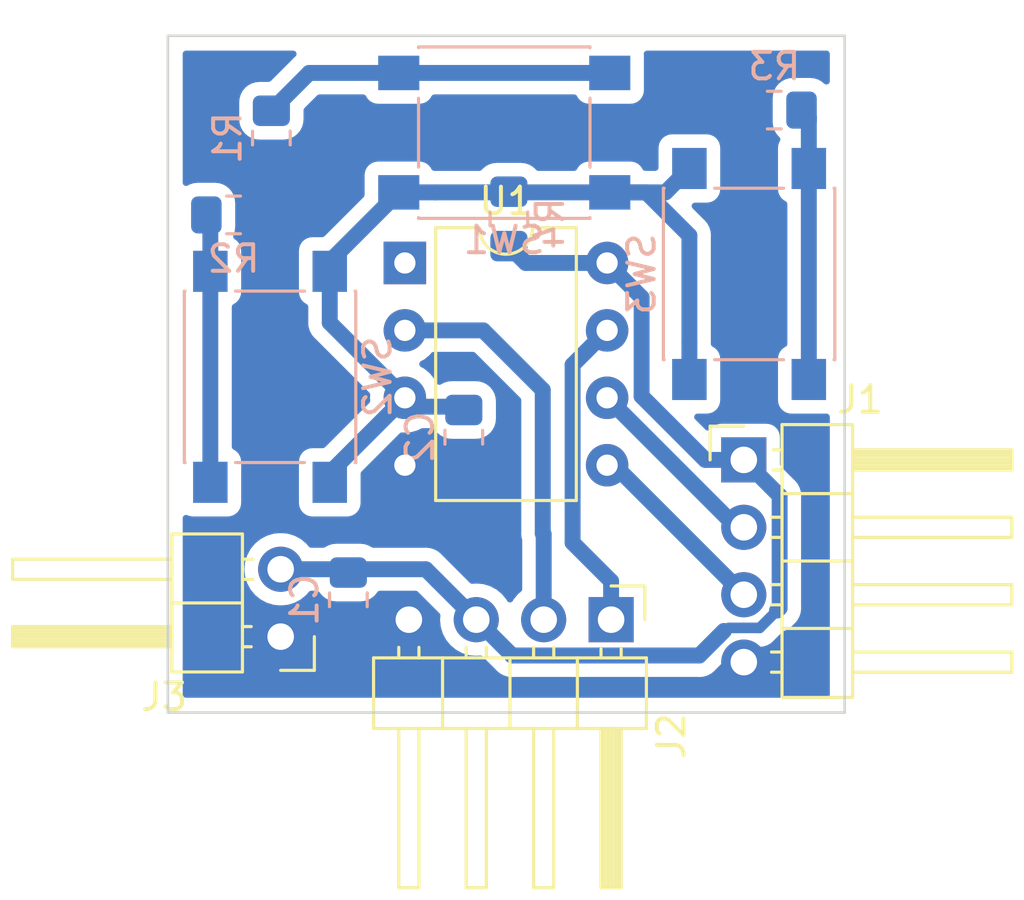
<source format=kicad_pcb>
(kicad_pcb (version 20171130) (host pcbnew "(5.1.4)-1")

  (general
    (thickness 1.6)
    (drawings 4)
    (tracks 64)
    (zones 0)
    (modules 13)
    (nets 12)
  )

  (page A4)
  (layers
    (0 F.Cu signal)
    (31 B.Cu signal)
    (32 B.Adhes user)
    (33 F.Adhes user)
    (34 B.Paste user)
    (35 F.Paste user)
    (36 B.SilkS user)
    (37 F.SilkS user)
    (38 B.Mask user)
    (39 F.Mask user)
    (40 Dwgs.User user)
    (41 Cmts.User user)
    (42 Eco1.User user)
    (43 Eco2.User user)
    (44 Edge.Cuts user)
    (45 Margin user)
    (46 B.CrtYd user)
    (47 F.CrtYd user)
    (48 B.Fab user)
    (49 F.Fab user)
  )

  (setup
    (last_trace_width 0.6)
    (user_trace_width 0.4)
    (user_trace_width 0.45)
    (user_trace_width 0.6)
    (trace_clearance 0.2)
    (zone_clearance 0.508)
    (zone_45_only no)
    (trace_min 0.2)
    (via_size 0.8)
    (via_drill 0.4)
    (via_min_size 0.4)
    (via_min_drill 0.3)
    (uvia_size 0.3)
    (uvia_drill 0.1)
    (uvias_allowed no)
    (uvia_min_size 0.2)
    (uvia_min_drill 0.1)
    (edge_width 0.05)
    (segment_width 0.2)
    (pcb_text_width 0.3)
    (pcb_text_size 1.5 1.5)
    (mod_edge_width 0.12)
    (mod_text_size 1 1)
    (mod_text_width 0.15)
    (pad_size 1.524 1.524)
    (pad_drill 0.762)
    (pad_to_mask_clearance 0.051)
    (solder_mask_min_width 0.25)
    (aux_axis_origin 96.45 85.075)
    (visible_elements 7FFFFFFF)
    (pcbplotparams
      (layerselection 0x01020_fffffffe)
      (usegerberextensions false)
      (usegerberattributes false)
      (usegerberadvancedattributes false)
      (creategerberjobfile false)
      (excludeedgelayer true)
      (linewidth 0.100000)
      (plotframeref false)
      (viasonmask false)
      (mode 1)
      (useauxorigin true)
      (hpglpennumber 1)
      (hpglpenspeed 20)
      (hpglpendiameter 15.000000)
      (psnegative false)
      (psa4output false)
      (plotreference true)
      (plotvalue true)
      (plotinvisibletext false)
      (padsonsilk false)
      (subtractmaskfromsilk false)
      (outputformat 1)
      (mirror false)
      (drillshape 0)
      (scaleselection 1)
      (outputdirectory ""))
  )

  (net 0 "")
  (net 1 "Net-(J1-Pad2)")
  (net 2 VCC)
  (net 3 "Net-(J2-Pad2)")
  (net 4 "Net-(J2-Pad1)")
  (net 5 GND)
  (net 6 "Net-(R1-Pad1)")
  (net 7 "Net-(R2-Pad1)")
  (net 8 "Net-(R3-Pad1)")
  (net 9 "Net-(J1-Pad3)")
  (net 10 "Net-(U1-Pad1)")
  (net 11 "Net-(C2-Pad1)")

  (net_class Default "This is the default net class."
    (clearance 0.2)
    (trace_width 0.25)
    (via_dia 0.8)
    (via_drill 0.4)
    (uvia_dia 0.3)
    (uvia_drill 0.1)
    (add_net GND)
    (add_net "Net-(C2-Pad1)")
    (add_net "Net-(J1-Pad2)")
    (add_net "Net-(J1-Pad3)")
    (add_net "Net-(J2-Pad1)")
    (add_net "Net-(J2-Pad2)")
    (add_net "Net-(R1-Pad1)")
    (add_net "Net-(R2-Pad1)")
    (add_net "Net-(R3-Pad1)")
    (add_net "Net-(U1-Pad1)")
    (add_net VCC)
  )

  (module Connector_PinHeader_2.54mm:PinHeader_1x04_P2.54mm_Horizontal (layer F.Cu) (tedit 59FED5CB) (tstamp 5E76C5C0)
    (at 113.2 81.5 270)
    (descr "Through hole angled pin header, 1x04, 2.54mm pitch, 6mm pin length, single row")
    (tags "Through hole angled pin header THT 1x04 2.54mm single row")
    (path /5E7686A5)
    (fp_text reference J2 (at 4.385 -2.27 90) (layer F.SilkS)
      (effects (font (size 1 1) (thickness 0.15)))
    )
    (fp_text value Conn_01x04 (at 4.385 9.89 90) (layer F.Fab)
      (effects (font (size 1 1) (thickness 0.15)))
    )
    (fp_text user %R (at 2.77 3.81) (layer F.Fab)
      (effects (font (size 1 1) (thickness 0.15)))
    )
    (fp_line (start 10.55 -1.8) (end -1.8 -1.8) (layer F.CrtYd) (width 0.05))
    (fp_line (start 10.55 9.4) (end 10.55 -1.8) (layer F.CrtYd) (width 0.05))
    (fp_line (start -1.8 9.4) (end 10.55 9.4) (layer F.CrtYd) (width 0.05))
    (fp_line (start -1.8 -1.8) (end -1.8 9.4) (layer F.CrtYd) (width 0.05))
    (fp_line (start -1.27 -1.27) (end 0 -1.27) (layer F.SilkS) (width 0.12))
    (fp_line (start -1.27 0) (end -1.27 -1.27) (layer F.SilkS) (width 0.12))
    (fp_line (start 1.042929 8) (end 1.44 8) (layer F.SilkS) (width 0.12))
    (fp_line (start 1.042929 7.24) (end 1.44 7.24) (layer F.SilkS) (width 0.12))
    (fp_line (start 10.1 8) (end 4.1 8) (layer F.SilkS) (width 0.12))
    (fp_line (start 10.1 7.24) (end 10.1 8) (layer F.SilkS) (width 0.12))
    (fp_line (start 4.1 7.24) (end 10.1 7.24) (layer F.SilkS) (width 0.12))
    (fp_line (start 1.44 6.35) (end 4.1 6.35) (layer F.SilkS) (width 0.12))
    (fp_line (start 1.042929 5.46) (end 1.44 5.46) (layer F.SilkS) (width 0.12))
    (fp_line (start 1.042929 4.7) (end 1.44 4.7) (layer F.SilkS) (width 0.12))
    (fp_line (start 10.1 5.46) (end 4.1 5.46) (layer F.SilkS) (width 0.12))
    (fp_line (start 10.1 4.7) (end 10.1 5.46) (layer F.SilkS) (width 0.12))
    (fp_line (start 4.1 4.7) (end 10.1 4.7) (layer F.SilkS) (width 0.12))
    (fp_line (start 1.44 3.81) (end 4.1 3.81) (layer F.SilkS) (width 0.12))
    (fp_line (start 1.042929 2.92) (end 1.44 2.92) (layer F.SilkS) (width 0.12))
    (fp_line (start 1.042929 2.16) (end 1.44 2.16) (layer F.SilkS) (width 0.12))
    (fp_line (start 10.1 2.92) (end 4.1 2.92) (layer F.SilkS) (width 0.12))
    (fp_line (start 10.1 2.16) (end 10.1 2.92) (layer F.SilkS) (width 0.12))
    (fp_line (start 4.1 2.16) (end 10.1 2.16) (layer F.SilkS) (width 0.12))
    (fp_line (start 1.44 1.27) (end 4.1 1.27) (layer F.SilkS) (width 0.12))
    (fp_line (start 1.11 0.38) (end 1.44 0.38) (layer F.SilkS) (width 0.12))
    (fp_line (start 1.11 -0.38) (end 1.44 -0.38) (layer F.SilkS) (width 0.12))
    (fp_line (start 4.1 0.28) (end 10.1 0.28) (layer F.SilkS) (width 0.12))
    (fp_line (start 4.1 0.16) (end 10.1 0.16) (layer F.SilkS) (width 0.12))
    (fp_line (start 4.1 0.04) (end 10.1 0.04) (layer F.SilkS) (width 0.12))
    (fp_line (start 4.1 -0.08) (end 10.1 -0.08) (layer F.SilkS) (width 0.12))
    (fp_line (start 4.1 -0.2) (end 10.1 -0.2) (layer F.SilkS) (width 0.12))
    (fp_line (start 4.1 -0.32) (end 10.1 -0.32) (layer F.SilkS) (width 0.12))
    (fp_line (start 10.1 0.38) (end 4.1 0.38) (layer F.SilkS) (width 0.12))
    (fp_line (start 10.1 -0.38) (end 10.1 0.38) (layer F.SilkS) (width 0.12))
    (fp_line (start 4.1 -0.38) (end 10.1 -0.38) (layer F.SilkS) (width 0.12))
    (fp_line (start 4.1 -1.33) (end 1.44 -1.33) (layer F.SilkS) (width 0.12))
    (fp_line (start 4.1 8.95) (end 4.1 -1.33) (layer F.SilkS) (width 0.12))
    (fp_line (start 1.44 8.95) (end 4.1 8.95) (layer F.SilkS) (width 0.12))
    (fp_line (start 1.44 -1.33) (end 1.44 8.95) (layer F.SilkS) (width 0.12))
    (fp_line (start 4.04 7.94) (end 10.04 7.94) (layer F.Fab) (width 0.1))
    (fp_line (start 10.04 7.3) (end 10.04 7.94) (layer F.Fab) (width 0.1))
    (fp_line (start 4.04 7.3) (end 10.04 7.3) (layer F.Fab) (width 0.1))
    (fp_line (start -0.32 7.94) (end 1.5 7.94) (layer F.Fab) (width 0.1))
    (fp_line (start -0.32 7.3) (end -0.32 7.94) (layer F.Fab) (width 0.1))
    (fp_line (start -0.32 7.3) (end 1.5 7.3) (layer F.Fab) (width 0.1))
    (fp_line (start 4.04 5.4) (end 10.04 5.4) (layer F.Fab) (width 0.1))
    (fp_line (start 10.04 4.76) (end 10.04 5.4) (layer F.Fab) (width 0.1))
    (fp_line (start 4.04 4.76) (end 10.04 4.76) (layer F.Fab) (width 0.1))
    (fp_line (start -0.32 5.4) (end 1.5 5.4) (layer F.Fab) (width 0.1))
    (fp_line (start -0.32 4.76) (end -0.32 5.4) (layer F.Fab) (width 0.1))
    (fp_line (start -0.32 4.76) (end 1.5 4.76) (layer F.Fab) (width 0.1))
    (fp_line (start 4.04 2.86) (end 10.04 2.86) (layer F.Fab) (width 0.1))
    (fp_line (start 10.04 2.22) (end 10.04 2.86) (layer F.Fab) (width 0.1))
    (fp_line (start 4.04 2.22) (end 10.04 2.22) (layer F.Fab) (width 0.1))
    (fp_line (start -0.32 2.86) (end 1.5 2.86) (layer F.Fab) (width 0.1))
    (fp_line (start -0.32 2.22) (end -0.32 2.86) (layer F.Fab) (width 0.1))
    (fp_line (start -0.32 2.22) (end 1.5 2.22) (layer F.Fab) (width 0.1))
    (fp_line (start 4.04 0.32) (end 10.04 0.32) (layer F.Fab) (width 0.1))
    (fp_line (start 10.04 -0.32) (end 10.04 0.32) (layer F.Fab) (width 0.1))
    (fp_line (start 4.04 -0.32) (end 10.04 -0.32) (layer F.Fab) (width 0.1))
    (fp_line (start -0.32 0.32) (end 1.5 0.32) (layer F.Fab) (width 0.1))
    (fp_line (start -0.32 -0.32) (end -0.32 0.32) (layer F.Fab) (width 0.1))
    (fp_line (start -0.32 -0.32) (end 1.5 -0.32) (layer F.Fab) (width 0.1))
    (fp_line (start 1.5 -0.635) (end 2.135 -1.27) (layer F.Fab) (width 0.1))
    (fp_line (start 1.5 8.89) (end 1.5 -0.635) (layer F.Fab) (width 0.1))
    (fp_line (start 4.04 8.89) (end 1.5 8.89) (layer F.Fab) (width 0.1))
    (fp_line (start 4.04 -1.27) (end 4.04 8.89) (layer F.Fab) (width 0.1))
    (fp_line (start 2.135 -1.27) (end 4.04 -1.27) (layer F.Fab) (width 0.1))
    (pad 4 thru_hole oval (at 0 7.62 270) (size 1.7 1.7) (drill 1) (layers *.Cu *.Mask)
      (net 5 GND))
    (pad 3 thru_hole oval (at 0 5.08 270) (size 1.7 1.7) (drill 1) (layers *.Cu *.Mask)
      (net 2 VCC))
    (pad 2 thru_hole oval (at 0 2.54 270) (size 1.7 1.7) (drill 1) (layers *.Cu *.Mask)
      (net 3 "Net-(J2-Pad2)"))
    (pad 1 thru_hole rect (at 0 0 270) (size 1.7 1.7) (drill 1) (layers *.Cu *.Mask)
      (net 4 "Net-(J2-Pad1)"))
    (model ${KISYS3DMOD}/Connector_PinHeader_2.54mm.3dshapes/PinHeader_1x04_P2.54mm_Horizontal.wrl
      (at (xyz 0 0 0))
      (scale (xyz 1 1 1))
      (rotate (xyz 0 0 0))
    )
  )

  (module Connector_PinHeader_2.54mm:PinHeader_1x04_P2.54mm_Horizontal (layer F.Cu) (tedit 59FED5CB) (tstamp 5E76C58D)
    (at 118.2 75.48)
    (descr "Through hole angled pin header, 1x04, 2.54mm pitch, 6mm pin length, single row")
    (tags "Through hole angled pin header THT 1x04 2.54mm single row")
    (path /5E767FC8)
    (fp_text reference J1 (at 4.385 -2.27) (layer F.SilkS)
      (effects (font (size 1 1) (thickness 0.15)))
    )
    (fp_text value Conn_01x04 (at 4.385 9.89) (layer F.Fab)
      (effects (font (size 1 1) (thickness 0.15)))
    )
    (fp_text user %R (at 2.77 3.81 90) (layer F.Fab)
      (effects (font (size 1 1) (thickness 0.15)))
    )
    (fp_line (start 10.55 -1.8) (end -1.8 -1.8) (layer F.CrtYd) (width 0.05))
    (fp_line (start 10.55 9.4) (end 10.55 -1.8) (layer F.CrtYd) (width 0.05))
    (fp_line (start -1.8 9.4) (end 10.55 9.4) (layer F.CrtYd) (width 0.05))
    (fp_line (start -1.8 -1.8) (end -1.8 9.4) (layer F.CrtYd) (width 0.05))
    (fp_line (start -1.27 -1.27) (end 0 -1.27) (layer F.SilkS) (width 0.12))
    (fp_line (start -1.27 0) (end -1.27 -1.27) (layer F.SilkS) (width 0.12))
    (fp_line (start 1.042929 8) (end 1.44 8) (layer F.SilkS) (width 0.12))
    (fp_line (start 1.042929 7.24) (end 1.44 7.24) (layer F.SilkS) (width 0.12))
    (fp_line (start 10.1 8) (end 4.1 8) (layer F.SilkS) (width 0.12))
    (fp_line (start 10.1 7.24) (end 10.1 8) (layer F.SilkS) (width 0.12))
    (fp_line (start 4.1 7.24) (end 10.1 7.24) (layer F.SilkS) (width 0.12))
    (fp_line (start 1.44 6.35) (end 4.1 6.35) (layer F.SilkS) (width 0.12))
    (fp_line (start 1.042929 5.46) (end 1.44 5.46) (layer F.SilkS) (width 0.12))
    (fp_line (start 1.042929 4.7) (end 1.44 4.7) (layer F.SilkS) (width 0.12))
    (fp_line (start 10.1 5.46) (end 4.1 5.46) (layer F.SilkS) (width 0.12))
    (fp_line (start 10.1 4.7) (end 10.1 5.46) (layer F.SilkS) (width 0.12))
    (fp_line (start 4.1 4.7) (end 10.1 4.7) (layer F.SilkS) (width 0.12))
    (fp_line (start 1.44 3.81) (end 4.1 3.81) (layer F.SilkS) (width 0.12))
    (fp_line (start 1.042929 2.92) (end 1.44 2.92) (layer F.SilkS) (width 0.12))
    (fp_line (start 1.042929 2.16) (end 1.44 2.16) (layer F.SilkS) (width 0.12))
    (fp_line (start 10.1 2.92) (end 4.1 2.92) (layer F.SilkS) (width 0.12))
    (fp_line (start 10.1 2.16) (end 10.1 2.92) (layer F.SilkS) (width 0.12))
    (fp_line (start 4.1 2.16) (end 10.1 2.16) (layer F.SilkS) (width 0.12))
    (fp_line (start 1.44 1.27) (end 4.1 1.27) (layer F.SilkS) (width 0.12))
    (fp_line (start 1.11 0.38) (end 1.44 0.38) (layer F.SilkS) (width 0.12))
    (fp_line (start 1.11 -0.38) (end 1.44 -0.38) (layer F.SilkS) (width 0.12))
    (fp_line (start 4.1 0.28) (end 10.1 0.28) (layer F.SilkS) (width 0.12))
    (fp_line (start 4.1 0.16) (end 10.1 0.16) (layer F.SilkS) (width 0.12))
    (fp_line (start 4.1 0.04) (end 10.1 0.04) (layer F.SilkS) (width 0.12))
    (fp_line (start 4.1 -0.08) (end 10.1 -0.08) (layer F.SilkS) (width 0.12))
    (fp_line (start 4.1 -0.2) (end 10.1 -0.2) (layer F.SilkS) (width 0.12))
    (fp_line (start 4.1 -0.32) (end 10.1 -0.32) (layer F.SilkS) (width 0.12))
    (fp_line (start 10.1 0.38) (end 4.1 0.38) (layer F.SilkS) (width 0.12))
    (fp_line (start 10.1 -0.38) (end 10.1 0.38) (layer F.SilkS) (width 0.12))
    (fp_line (start 4.1 -0.38) (end 10.1 -0.38) (layer F.SilkS) (width 0.12))
    (fp_line (start 4.1 -1.33) (end 1.44 -1.33) (layer F.SilkS) (width 0.12))
    (fp_line (start 4.1 8.95) (end 4.1 -1.33) (layer F.SilkS) (width 0.12))
    (fp_line (start 1.44 8.95) (end 4.1 8.95) (layer F.SilkS) (width 0.12))
    (fp_line (start 1.44 -1.33) (end 1.44 8.95) (layer F.SilkS) (width 0.12))
    (fp_line (start 4.04 7.94) (end 10.04 7.94) (layer F.Fab) (width 0.1))
    (fp_line (start 10.04 7.3) (end 10.04 7.94) (layer F.Fab) (width 0.1))
    (fp_line (start 4.04 7.3) (end 10.04 7.3) (layer F.Fab) (width 0.1))
    (fp_line (start -0.32 7.94) (end 1.5 7.94) (layer F.Fab) (width 0.1))
    (fp_line (start -0.32 7.3) (end -0.32 7.94) (layer F.Fab) (width 0.1))
    (fp_line (start -0.32 7.3) (end 1.5 7.3) (layer F.Fab) (width 0.1))
    (fp_line (start 4.04 5.4) (end 10.04 5.4) (layer F.Fab) (width 0.1))
    (fp_line (start 10.04 4.76) (end 10.04 5.4) (layer F.Fab) (width 0.1))
    (fp_line (start 4.04 4.76) (end 10.04 4.76) (layer F.Fab) (width 0.1))
    (fp_line (start -0.32 5.4) (end 1.5 5.4) (layer F.Fab) (width 0.1))
    (fp_line (start -0.32 4.76) (end -0.32 5.4) (layer F.Fab) (width 0.1))
    (fp_line (start -0.32 4.76) (end 1.5 4.76) (layer F.Fab) (width 0.1))
    (fp_line (start 4.04 2.86) (end 10.04 2.86) (layer F.Fab) (width 0.1))
    (fp_line (start 10.04 2.22) (end 10.04 2.86) (layer F.Fab) (width 0.1))
    (fp_line (start 4.04 2.22) (end 10.04 2.22) (layer F.Fab) (width 0.1))
    (fp_line (start -0.32 2.86) (end 1.5 2.86) (layer F.Fab) (width 0.1))
    (fp_line (start -0.32 2.22) (end -0.32 2.86) (layer F.Fab) (width 0.1))
    (fp_line (start -0.32 2.22) (end 1.5 2.22) (layer F.Fab) (width 0.1))
    (fp_line (start 4.04 0.32) (end 10.04 0.32) (layer F.Fab) (width 0.1))
    (fp_line (start 10.04 -0.32) (end 10.04 0.32) (layer F.Fab) (width 0.1))
    (fp_line (start 4.04 -0.32) (end 10.04 -0.32) (layer F.Fab) (width 0.1))
    (fp_line (start -0.32 0.32) (end 1.5 0.32) (layer F.Fab) (width 0.1))
    (fp_line (start -0.32 -0.32) (end -0.32 0.32) (layer F.Fab) (width 0.1))
    (fp_line (start -0.32 -0.32) (end 1.5 -0.32) (layer F.Fab) (width 0.1))
    (fp_line (start 1.5 -0.635) (end 2.135 -1.27) (layer F.Fab) (width 0.1))
    (fp_line (start 1.5 8.89) (end 1.5 -0.635) (layer F.Fab) (width 0.1))
    (fp_line (start 4.04 8.89) (end 1.5 8.89) (layer F.Fab) (width 0.1))
    (fp_line (start 4.04 -1.27) (end 4.04 8.89) (layer F.Fab) (width 0.1))
    (fp_line (start 2.135 -1.27) (end 4.04 -1.27) (layer F.Fab) (width 0.1))
    (pad 4 thru_hole oval (at 0 7.62) (size 1.7 1.7) (drill 1) (layers *.Cu *.Mask)
      (net 5 GND))
    (pad 3 thru_hole oval (at 0 5.08) (size 1.7 1.7) (drill 1) (layers *.Cu *.Mask)
      (net 9 "Net-(J1-Pad3)"))
    (pad 2 thru_hole oval (at 0 2.54) (size 1.7 1.7) (drill 1) (layers *.Cu *.Mask)
      (net 1 "Net-(J1-Pad2)"))
    (pad 1 thru_hole rect (at 0 0) (size 1.7 1.7) (drill 1) (layers *.Cu *.Mask)
      (net 2 VCC))
    (model ${KISYS3DMOD}/Connector_PinHeader_2.54mm.3dshapes/PinHeader_1x04_P2.54mm_Horizontal.wrl
      (at (xyz 0 0 0))
      (scale (xyz 1 1 1))
      (rotate (xyz 0 0 0))
    )
  )

  (module Capacitor_SMD:C_0805_2012Metric_Pad1.15x1.40mm_HandSolder (layer B.Cu) (tedit 5B36C52B) (tstamp 5E76FF76)
    (at 107.65 74.625 270)
    (descr "Capacitor SMD 0805 (2012 Metric), square (rectangular) end terminal, IPC_7351 nominal with elongated pad for handsoldering. (Body size source: https://docs.google.com/spreadsheets/d/1BsfQQcO9C6DZCsRaXUlFlo91Tg2WpOkGARC1WS5S8t0/edit?usp=sharing), generated with kicad-footprint-generator")
    (tags "capacitor handsolder")
    (path /5E7A45AF)
    (attr smd)
    (fp_text reference C2 (at 0 1.65 90) (layer B.SilkS)
      (effects (font (size 1 1) (thickness 0.15)) (justify mirror))
    )
    (fp_text value C (at 0 -1.65 90) (layer B.Fab)
      (effects (font (size 1 1) (thickness 0.15)) (justify mirror))
    )
    (fp_text user %R (at 0 0 90) (layer B.Fab)
      (effects (font (size 0.5 0.5) (thickness 0.08)) (justify mirror))
    )
    (fp_line (start 1.85 -0.95) (end -1.85 -0.95) (layer B.CrtYd) (width 0.05))
    (fp_line (start 1.85 0.95) (end 1.85 -0.95) (layer B.CrtYd) (width 0.05))
    (fp_line (start -1.85 0.95) (end 1.85 0.95) (layer B.CrtYd) (width 0.05))
    (fp_line (start -1.85 -0.95) (end -1.85 0.95) (layer B.CrtYd) (width 0.05))
    (fp_line (start -0.261252 -0.71) (end 0.261252 -0.71) (layer B.SilkS) (width 0.12))
    (fp_line (start -0.261252 0.71) (end 0.261252 0.71) (layer B.SilkS) (width 0.12))
    (fp_line (start 1 -0.6) (end -1 -0.6) (layer B.Fab) (width 0.1))
    (fp_line (start 1 0.6) (end 1 -0.6) (layer B.Fab) (width 0.1))
    (fp_line (start -1 0.6) (end 1 0.6) (layer B.Fab) (width 0.1))
    (fp_line (start -1 -0.6) (end -1 0.6) (layer B.Fab) (width 0.1))
    (pad 2 smd roundrect (at 1.025 0 270) (size 1.15 1.4) (layers B.Cu B.Paste B.Mask) (roundrect_rratio 0.217391)
      (net 5 GND))
    (pad 1 smd roundrect (at -1.025 0 270) (size 1.15 1.4) (layers B.Cu B.Paste B.Mask) (roundrect_rratio 0.217391)
      (net 11 "Net-(C2-Pad1)"))
    (model ${KISYS3DMOD}/Capacitor_SMD.3dshapes/C_0805_2012Metric.wrl
      (at (xyz 0 0 0))
      (scale (xyz 1 1 1))
      (rotate (xyz 0 0 0))
    )
  )

  (module Resistor_SMD:R_0805_2012Metric_Pad1.15x1.40mm_HandSolder (layer B.Cu) (tedit 5B36C52B) (tstamp 5E76C5D1)
    (at 100.4 63.35 270)
    (descr "Resistor SMD 0805 (2012 Metric), square (rectangular) end terminal, IPC_7351 nominal with elongated pad for handsoldering. (Body size source: https://docs.google.com/spreadsheets/d/1BsfQQcO9C6DZCsRaXUlFlo91Tg2WpOkGARC1WS5S8t0/edit?usp=sharing), generated with kicad-footprint-generator")
    (tags "resistor handsolder")
    (path /5E774042)
    (attr smd)
    (fp_text reference R1 (at 0 1.65 90) (layer B.SilkS)
      (effects (font (size 1 1) (thickness 0.15)) (justify mirror))
    )
    (fp_text value R (at 0 -1.65 90) (layer B.Fab)
      (effects (font (size 1 1) (thickness 0.15)) (justify mirror))
    )
    (fp_text user %R (at 0 0 90) (layer B.Fab)
      (effects (font (size 0.5 0.5) (thickness 0.08)) (justify mirror))
    )
    (fp_line (start 1.85 -0.95) (end -1.85 -0.95) (layer B.CrtYd) (width 0.05))
    (fp_line (start 1.85 0.95) (end 1.85 -0.95) (layer B.CrtYd) (width 0.05))
    (fp_line (start -1.85 0.95) (end 1.85 0.95) (layer B.CrtYd) (width 0.05))
    (fp_line (start -1.85 -0.95) (end -1.85 0.95) (layer B.CrtYd) (width 0.05))
    (fp_line (start -0.261252 -0.71) (end 0.261252 -0.71) (layer B.SilkS) (width 0.12))
    (fp_line (start -0.261252 0.71) (end 0.261252 0.71) (layer B.SilkS) (width 0.12))
    (fp_line (start 1 -0.6) (end -1 -0.6) (layer B.Fab) (width 0.1))
    (fp_line (start 1 0.6) (end 1 -0.6) (layer B.Fab) (width 0.1))
    (fp_line (start -1 0.6) (end 1 0.6) (layer B.Fab) (width 0.1))
    (fp_line (start -1 -0.6) (end -1 0.6) (layer B.Fab) (width 0.1))
    (pad 2 smd roundrect (at 1.025 0 270) (size 1.15 1.4) (layers B.Cu B.Paste B.Mask) (roundrect_rratio 0.217391)
      (net 5 GND))
    (pad 1 smd roundrect (at -1.025 0 270) (size 1.15 1.4) (layers B.Cu B.Paste B.Mask) (roundrect_rratio 0.217391)
      (net 6 "Net-(R1-Pad1)"))
    (model ${KISYS3DMOD}/Resistor_SMD.3dshapes/R_0805_2012Metric.wrl
      (at (xyz 0 0 0))
      (scale (xyz 1 1 1))
      (rotate (xyz 0 0 0))
    )
  )

  (module Connector_PinHeader_2.54mm:PinHeader_1x02_P2.54mm_Horizontal (layer F.Cu) (tedit 59FED5CB) (tstamp 5E76E592)
    (at 100.75 82.14 180)
    (descr "Through hole angled pin header, 1x02, 2.54mm pitch, 6mm pin length, single row")
    (tags "Through hole angled pin header THT 1x02 2.54mm single row")
    (path /5E785051)
    (fp_text reference J3 (at 4.385 -2.27) (layer F.SilkS)
      (effects (font (size 1 1) (thickness 0.15)))
    )
    (fp_text value Conn_01x02 (at 4.385 4.81) (layer F.Fab)
      (effects (font (size 1 1) (thickness 0.15)))
    )
    (fp_text user %R (at 2.77 1.27 90) (layer F.Fab)
      (effects (font (size 1 1) (thickness 0.15)))
    )
    (fp_line (start 10.55 -1.8) (end -1.8 -1.8) (layer F.CrtYd) (width 0.05))
    (fp_line (start 10.55 4.35) (end 10.55 -1.8) (layer F.CrtYd) (width 0.05))
    (fp_line (start -1.8 4.35) (end 10.55 4.35) (layer F.CrtYd) (width 0.05))
    (fp_line (start -1.8 -1.8) (end -1.8 4.35) (layer F.CrtYd) (width 0.05))
    (fp_line (start -1.27 -1.27) (end 0 -1.27) (layer F.SilkS) (width 0.12))
    (fp_line (start -1.27 0) (end -1.27 -1.27) (layer F.SilkS) (width 0.12))
    (fp_line (start 1.042929 2.92) (end 1.44 2.92) (layer F.SilkS) (width 0.12))
    (fp_line (start 1.042929 2.16) (end 1.44 2.16) (layer F.SilkS) (width 0.12))
    (fp_line (start 10.1 2.92) (end 4.1 2.92) (layer F.SilkS) (width 0.12))
    (fp_line (start 10.1 2.16) (end 10.1 2.92) (layer F.SilkS) (width 0.12))
    (fp_line (start 4.1 2.16) (end 10.1 2.16) (layer F.SilkS) (width 0.12))
    (fp_line (start 1.44 1.27) (end 4.1 1.27) (layer F.SilkS) (width 0.12))
    (fp_line (start 1.11 0.38) (end 1.44 0.38) (layer F.SilkS) (width 0.12))
    (fp_line (start 1.11 -0.38) (end 1.44 -0.38) (layer F.SilkS) (width 0.12))
    (fp_line (start 4.1 0.28) (end 10.1 0.28) (layer F.SilkS) (width 0.12))
    (fp_line (start 4.1 0.16) (end 10.1 0.16) (layer F.SilkS) (width 0.12))
    (fp_line (start 4.1 0.04) (end 10.1 0.04) (layer F.SilkS) (width 0.12))
    (fp_line (start 4.1 -0.08) (end 10.1 -0.08) (layer F.SilkS) (width 0.12))
    (fp_line (start 4.1 -0.2) (end 10.1 -0.2) (layer F.SilkS) (width 0.12))
    (fp_line (start 4.1 -0.32) (end 10.1 -0.32) (layer F.SilkS) (width 0.12))
    (fp_line (start 10.1 0.38) (end 4.1 0.38) (layer F.SilkS) (width 0.12))
    (fp_line (start 10.1 -0.38) (end 10.1 0.38) (layer F.SilkS) (width 0.12))
    (fp_line (start 4.1 -0.38) (end 10.1 -0.38) (layer F.SilkS) (width 0.12))
    (fp_line (start 4.1 -1.33) (end 1.44 -1.33) (layer F.SilkS) (width 0.12))
    (fp_line (start 4.1 3.87) (end 4.1 -1.33) (layer F.SilkS) (width 0.12))
    (fp_line (start 1.44 3.87) (end 4.1 3.87) (layer F.SilkS) (width 0.12))
    (fp_line (start 1.44 -1.33) (end 1.44 3.87) (layer F.SilkS) (width 0.12))
    (fp_line (start 4.04 2.86) (end 10.04 2.86) (layer F.Fab) (width 0.1))
    (fp_line (start 10.04 2.22) (end 10.04 2.86) (layer F.Fab) (width 0.1))
    (fp_line (start 4.04 2.22) (end 10.04 2.22) (layer F.Fab) (width 0.1))
    (fp_line (start -0.32 2.86) (end 1.5 2.86) (layer F.Fab) (width 0.1))
    (fp_line (start -0.32 2.22) (end -0.32 2.86) (layer F.Fab) (width 0.1))
    (fp_line (start -0.32 2.22) (end 1.5 2.22) (layer F.Fab) (width 0.1))
    (fp_line (start 4.04 0.32) (end 10.04 0.32) (layer F.Fab) (width 0.1))
    (fp_line (start 10.04 -0.32) (end 10.04 0.32) (layer F.Fab) (width 0.1))
    (fp_line (start 4.04 -0.32) (end 10.04 -0.32) (layer F.Fab) (width 0.1))
    (fp_line (start -0.32 0.32) (end 1.5 0.32) (layer F.Fab) (width 0.1))
    (fp_line (start -0.32 -0.32) (end -0.32 0.32) (layer F.Fab) (width 0.1))
    (fp_line (start -0.32 -0.32) (end 1.5 -0.32) (layer F.Fab) (width 0.1))
    (fp_line (start 1.5 -0.635) (end 2.135 -1.27) (layer F.Fab) (width 0.1))
    (fp_line (start 1.5 3.81) (end 1.5 -0.635) (layer F.Fab) (width 0.1))
    (fp_line (start 4.04 3.81) (end 1.5 3.81) (layer F.Fab) (width 0.1))
    (fp_line (start 4.04 -1.27) (end 4.04 3.81) (layer F.Fab) (width 0.1))
    (fp_line (start 2.135 -1.27) (end 4.04 -1.27) (layer F.Fab) (width 0.1))
    (pad 2 thru_hole oval (at 0 2.54 180) (size 1.7 1.7) (drill 1) (layers *.Cu *.Mask)
      (net 2 VCC))
    (pad 1 thru_hole rect (at 0 0 180) (size 1.7 1.7) (drill 1) (layers *.Cu *.Mask)
      (net 5 GND))
    (model ${KISYS3DMOD}/Connector_PinHeader_2.54mm.3dshapes/PinHeader_1x02_P2.54mm_Horizontal.wrl
      (at (xyz 0 0 0))
      (scale (xyz 1 1 1))
      (rotate (xyz 0 0 0))
    )
  )

  (module Capacitor_SMD:C_0805_2012Metric_Pad1.15x1.40mm_HandSolder (layer B.Cu) (tedit 5B36C52B) (tstamp 5E76E42F)
    (at 103.3 80.75 270)
    (descr "Capacitor SMD 0805 (2012 Metric), square (rectangular) end terminal, IPC_7351 nominal with elongated pad for handsoldering. (Body size source: https://docs.google.com/spreadsheets/d/1BsfQQcO9C6DZCsRaXUlFlo91Tg2WpOkGARC1WS5S8t0/edit?usp=sharing), generated with kicad-footprint-generator")
    (tags "capacitor handsolder")
    (path /5E78858B)
    (attr smd)
    (fp_text reference C1 (at 0 1.65 90) (layer B.SilkS)
      (effects (font (size 1 1) (thickness 0.15)) (justify mirror))
    )
    (fp_text value C (at 0 -1.65 90) (layer B.Fab)
      (effects (font (size 1 1) (thickness 0.15)) (justify mirror))
    )
    (fp_text user %R (at 0 0 90) (layer B.Fab)
      (effects (font (size 0.5 0.5) (thickness 0.08)) (justify mirror))
    )
    (fp_line (start 1.85 -0.95) (end -1.85 -0.95) (layer B.CrtYd) (width 0.05))
    (fp_line (start 1.85 0.95) (end 1.85 -0.95) (layer B.CrtYd) (width 0.05))
    (fp_line (start -1.85 0.95) (end 1.85 0.95) (layer B.CrtYd) (width 0.05))
    (fp_line (start -1.85 -0.95) (end -1.85 0.95) (layer B.CrtYd) (width 0.05))
    (fp_line (start -0.261252 -0.71) (end 0.261252 -0.71) (layer B.SilkS) (width 0.12))
    (fp_line (start -0.261252 0.71) (end 0.261252 0.71) (layer B.SilkS) (width 0.12))
    (fp_line (start 1 -0.6) (end -1 -0.6) (layer B.Fab) (width 0.1))
    (fp_line (start 1 0.6) (end 1 -0.6) (layer B.Fab) (width 0.1))
    (fp_line (start -1 0.6) (end 1 0.6) (layer B.Fab) (width 0.1))
    (fp_line (start -1 -0.6) (end -1 0.6) (layer B.Fab) (width 0.1))
    (pad 2 smd roundrect (at 1.025 0 270) (size 1.15 1.4) (layers B.Cu B.Paste B.Mask) (roundrect_rratio 0.217391)
      (net 5 GND))
    (pad 1 smd roundrect (at -1.025 0 270) (size 1.15 1.4) (layers B.Cu B.Paste B.Mask) (roundrect_rratio 0.217391)
      (net 2 VCC))
    (model ${KISYS3DMOD}/Capacitor_SMD.3dshapes/C_0805_2012Metric.wrl
      (at (xyz 0 0 0))
      (scale (xyz 1 1 1))
      (rotate (xyz 0 0 0))
    )
  )

  (module Resistor_SMD:R_0805_2012Metric_Pad1.15x1.40mm_HandSolder (layer B.Cu) (tedit 5B36C52B) (tstamp 5E76D833)
    (at 109.35 66.4 90)
    (descr "Resistor SMD 0805 (2012 Metric), square (rectangular) end terminal, IPC_7351 nominal with elongated pad for handsoldering. (Body size source: https://docs.google.com/spreadsheets/d/1BsfQQcO9C6DZCsRaXUlFlo91Tg2WpOkGARC1WS5S8t0/edit?usp=sharing), generated with kicad-footprint-generator")
    (tags "resistor handsolder")
    (path /5E77F27E)
    (attr smd)
    (fp_text reference R4 (at -0.175 1.55 90) (layer B.SilkS)
      (effects (font (size 1 1) (thickness 0.15)) (justify mirror))
    )
    (fp_text value R (at 0 -1.65 90) (layer B.Fab)
      (effects (font (size 1 1) (thickness 0.15)) (justify mirror))
    )
    (fp_line (start 1.85 -0.95) (end -1.85 -0.95) (layer B.CrtYd) (width 0.05))
    (fp_line (start 1.85 0.95) (end 1.85 -0.95) (layer B.CrtYd) (width 0.05))
    (fp_line (start -1.85 0.95) (end 1.85 0.95) (layer B.CrtYd) (width 0.05))
    (fp_line (start -1.85 -0.95) (end -1.85 0.95) (layer B.CrtYd) (width 0.05))
    (fp_line (start -0.261252 -0.71) (end 0.261252 -0.71) (layer B.SilkS) (width 0.12))
    (fp_line (start -0.261252 0.71) (end 0.261252 0.71) (layer B.SilkS) (width 0.12))
    (fp_line (start 1 -0.6) (end -1 -0.6) (layer B.Fab) (width 0.1))
    (fp_line (start 1 0.6) (end 1 -0.6) (layer B.Fab) (width 0.1))
    (fp_line (start -1 0.6) (end 1 0.6) (layer B.Fab) (width 0.1))
    (fp_line (start -1 -0.6) (end -1 0.6) (layer B.Fab) (width 0.1))
    (pad 2 smd roundrect (at 1.025 0 90) (size 1.15 1.4) (layers B.Cu B.Paste B.Mask) (roundrect_rratio 0.217391)
      (net 11 "Net-(C2-Pad1)"))
    (pad 1 smd roundrect (at -1.025 0 90) (size 1.15 1.4) (layers B.Cu B.Paste B.Mask) (roundrect_rratio 0.217391)
      (net 2 VCC))
    (model ${KISYS3DMOD}/Resistor_SMD.3dshapes/R_0805_2012Metric.wrl
      (at (xyz 0 0 0))
      (scale (xyz 1 1 1))
      (rotate (xyz 0 0 0))
    )
  )

  (module Package_DIP:DIP-8_W7.62mm (layer F.Cu) (tedit 5A02E8C5) (tstamp 5E76C65D)
    (at 105.43 68.06)
    (descr "8-lead though-hole mounted DIP package, row spacing 7.62 mm (300 mils)")
    (tags "THT DIP DIL PDIP 2.54mm 7.62mm 300mil")
    (path /5E76781A)
    (fp_text reference U1 (at 3.81 -2.33) (layer F.SilkS)
      (effects (font (size 1 1) (thickness 0.15)))
    )
    (fp_text value ATtiny85-20PU (at 3.81 9.95) (layer F.Fab)
      (effects (font (size 1 1) (thickness 0.15)))
    )
    (fp_text user %R (at 3.81 3.81) (layer F.Fab)
      (effects (font (size 1 1) (thickness 0.15)))
    )
    (fp_line (start 8.7 -1.55) (end -1.1 -1.55) (layer F.CrtYd) (width 0.05))
    (fp_line (start 8.7 9.15) (end 8.7 -1.55) (layer F.CrtYd) (width 0.05))
    (fp_line (start -1.1 9.15) (end 8.7 9.15) (layer F.CrtYd) (width 0.05))
    (fp_line (start -1.1 -1.55) (end -1.1 9.15) (layer F.CrtYd) (width 0.05))
    (fp_line (start 6.46 -1.33) (end 4.81 -1.33) (layer F.SilkS) (width 0.12))
    (fp_line (start 6.46 8.95) (end 6.46 -1.33) (layer F.SilkS) (width 0.12))
    (fp_line (start 1.16 8.95) (end 6.46 8.95) (layer F.SilkS) (width 0.12))
    (fp_line (start 1.16 -1.33) (end 1.16 8.95) (layer F.SilkS) (width 0.12))
    (fp_line (start 2.81 -1.33) (end 1.16 -1.33) (layer F.SilkS) (width 0.12))
    (fp_line (start 0.635 -0.27) (end 1.635 -1.27) (layer F.Fab) (width 0.1))
    (fp_line (start 0.635 8.89) (end 0.635 -0.27) (layer F.Fab) (width 0.1))
    (fp_line (start 6.985 8.89) (end 0.635 8.89) (layer F.Fab) (width 0.1))
    (fp_line (start 6.985 -1.27) (end 6.985 8.89) (layer F.Fab) (width 0.1))
    (fp_line (start 1.635 -1.27) (end 6.985 -1.27) (layer F.Fab) (width 0.1))
    (fp_arc (start 3.81 -1.33) (end 2.81 -1.33) (angle -180) (layer F.SilkS) (width 0.12))
    (pad 8 thru_hole oval (at 7.62 0) (size 1.6 1.6) (drill 0.8) (layers *.Cu *.Mask)
      (net 2 VCC))
    (pad 4 thru_hole oval (at 0 7.62) (size 1.6 1.6) (drill 0.8) (layers *.Cu *.Mask)
      (net 5 GND))
    (pad 7 thru_hole oval (at 7.62 2.54) (size 1.6 1.6) (drill 0.8) (layers *.Cu *.Mask)
      (net 4 "Net-(J2-Pad1)"))
    (pad 3 thru_hole oval (at 0 5.08) (size 1.6 1.6) (drill 0.8) (layers *.Cu *.Mask)
      (net 11 "Net-(C2-Pad1)"))
    (pad 6 thru_hole oval (at 7.62 5.08) (size 1.6 1.6) (drill 0.8) (layers *.Cu *.Mask)
      (net 1 "Net-(J1-Pad2)"))
    (pad 2 thru_hole oval (at 0 2.54) (size 1.6 1.6) (drill 0.8) (layers *.Cu *.Mask)
      (net 3 "Net-(J2-Pad2)"))
    (pad 5 thru_hole oval (at 7.62 7.62) (size 1.6 1.6) (drill 0.8) (layers *.Cu *.Mask)
      (net 9 "Net-(J1-Pad3)"))
    (pad 1 thru_hole rect (at 0 0) (size 1.6 1.6) (drill 0.8) (layers *.Cu *.Mask)
      (net 10 "Net-(U1-Pad1)"))
    (model ${KISYS3DMOD}/Package_DIP.3dshapes/DIP-8_W7.62mm.wrl
      (at (xyz 0 0 0))
      (scale (xyz 1 1 1))
      (rotate (xyz 0 0 0))
    )
  )

  (module Button_Switch_SMD:SW_Push_1P1T_NO_6x6mm_H9.5mm (layer B.Cu) (tedit 5CA1CA7F) (tstamp 5E76C641)
    (at 118.4 68.475 270)
    (descr "tactile push button, 6x6mm e.g. PTS645xx series, height=9.5mm")
    (tags "tact sw push 6mm smd")
    (path /5E7737FD)
    (attr smd)
    (fp_text reference SW3 (at 0 4.05 90) (layer B.SilkS)
      (effects (font (size 1 1) (thickness 0.15)) (justify mirror))
    )
    (fp_text value SW_Push (at 0 -4.15 90) (layer B.Fab)
      (effects (font (size 1 1) (thickness 0.15)) (justify mirror))
    )
    (fp_circle (center 0 0) (end 1.75 0.05) (layer B.Fab) (width 0.1))
    (fp_line (start -3.23 -3.23) (end 3.23 -3.23) (layer B.SilkS) (width 0.12))
    (fp_line (start -3.23 1.3) (end -3.23 -1.3) (layer B.SilkS) (width 0.12))
    (fp_line (start -3.23 3.23) (end 3.23 3.23) (layer B.SilkS) (width 0.12))
    (fp_line (start 3.23 1.3) (end 3.23 -1.3) (layer B.SilkS) (width 0.12))
    (fp_line (start -3.23 3.2) (end -3.23 3.23) (layer B.SilkS) (width 0.12))
    (fp_line (start -3.23 -3.23) (end -3.23 -3.2) (layer B.SilkS) (width 0.12))
    (fp_line (start 3.23 -3.23) (end 3.23 -3.2) (layer B.SilkS) (width 0.12))
    (fp_line (start 3.23 3.23) (end 3.23 3.2) (layer B.SilkS) (width 0.12))
    (fp_line (start -5 3.25) (end 5 3.25) (layer B.CrtYd) (width 0.05))
    (fp_line (start -5 -3.25) (end 5 -3.25) (layer B.CrtYd) (width 0.05))
    (fp_line (start -5 3.25) (end -5 -3.25) (layer B.CrtYd) (width 0.05))
    (fp_line (start 5 -3.25) (end 5 3.25) (layer B.CrtYd) (width 0.05))
    (fp_line (start 3 3) (end -3 3) (layer B.Fab) (width 0.1))
    (fp_line (start 3 -3) (end 3 3) (layer B.Fab) (width 0.1))
    (fp_line (start -3 -3) (end 3 -3) (layer B.Fab) (width 0.1))
    (fp_line (start -3 3) (end -3 -3) (layer B.Fab) (width 0.1))
    (fp_text user %R (at 0 4.05 90) (layer B.Fab)
      (effects (font (size 1 1) (thickness 0.15)) (justify mirror))
    )
    (pad 2 smd rect (at 3.975 -2.25 270) (size 1.55 1.3) (layers B.Cu B.Paste B.Mask)
      (net 8 "Net-(R3-Pad1)"))
    (pad 1 smd rect (at 3.975 2.25 270) (size 1.55 1.3) (layers B.Cu B.Paste B.Mask)
      (net 11 "Net-(C2-Pad1)"))
    (pad 1 smd rect (at -3.975 2.25 270) (size 1.55 1.3) (layers B.Cu B.Paste B.Mask)
      (net 11 "Net-(C2-Pad1)"))
    (pad 2 smd rect (at -3.975 -2.25 270) (size 1.55 1.3) (layers B.Cu B.Paste B.Mask)
      (net 8 "Net-(R3-Pad1)"))
    (model ${KISYS3DMOD}/Button_Switch_SMD.3dshapes/SW_PUSH_6mm_H9.5mm.wrl
      (at (xyz 0 0 0))
      (scale (xyz 1 1 1))
      (rotate (xyz 0 0 0))
    )
  )

  (module Button_Switch_SMD:SW_Push_1P1T_NO_6x6mm_H9.5mm (layer B.Cu) (tedit 5CA1CA7F) (tstamp 5E76C627)
    (at 100.35 72.35 90)
    (descr "tactile push button, 6x6mm e.g. PTS645xx series, height=9.5mm")
    (tags "tact sw push 6mm smd")
    (path /5E77344C)
    (attr smd)
    (fp_text reference SW2 (at 0 4.05 90) (layer B.SilkS)
      (effects (font (size 1 1) (thickness 0.15)) (justify mirror))
    )
    (fp_text value SW_Push (at 0 -4.15 90) (layer B.Fab)
      (effects (font (size 1 1) (thickness 0.15)) (justify mirror))
    )
    (fp_circle (center 0 0) (end 1.75 0.05) (layer B.Fab) (width 0.1))
    (fp_line (start -3.23 -3.23) (end 3.23 -3.23) (layer B.SilkS) (width 0.12))
    (fp_line (start -3.23 1.3) (end -3.23 -1.3) (layer B.SilkS) (width 0.12))
    (fp_line (start -3.23 3.23) (end 3.23 3.23) (layer B.SilkS) (width 0.12))
    (fp_line (start 3.23 1.3) (end 3.23 -1.3) (layer B.SilkS) (width 0.12))
    (fp_line (start -3.23 3.2) (end -3.23 3.23) (layer B.SilkS) (width 0.12))
    (fp_line (start -3.23 -3.23) (end -3.23 -3.2) (layer B.SilkS) (width 0.12))
    (fp_line (start 3.23 -3.23) (end 3.23 -3.2) (layer B.SilkS) (width 0.12))
    (fp_line (start 3.23 3.23) (end 3.23 3.2) (layer B.SilkS) (width 0.12))
    (fp_line (start -5 3.25) (end 5 3.25) (layer B.CrtYd) (width 0.05))
    (fp_line (start -5 -3.25) (end 5 -3.25) (layer B.CrtYd) (width 0.05))
    (fp_line (start -5 3.25) (end -5 -3.25) (layer B.CrtYd) (width 0.05))
    (fp_line (start 5 -3.25) (end 5 3.25) (layer B.CrtYd) (width 0.05))
    (fp_line (start 3 3) (end -3 3) (layer B.Fab) (width 0.1))
    (fp_line (start 3 -3) (end 3 3) (layer B.Fab) (width 0.1))
    (fp_line (start -3 -3) (end 3 -3) (layer B.Fab) (width 0.1))
    (fp_line (start -3 3) (end -3 -3) (layer B.Fab) (width 0.1))
    (fp_text user %R (at 0 4.05 90) (layer B.Fab)
      (effects (font (size 1 1) (thickness 0.15)) (justify mirror))
    )
    (pad 2 smd rect (at 3.975 -2.25 90) (size 1.55 1.3) (layers B.Cu B.Paste B.Mask)
      (net 7 "Net-(R2-Pad1)"))
    (pad 1 smd rect (at 3.975 2.25 90) (size 1.55 1.3) (layers B.Cu B.Paste B.Mask)
      (net 11 "Net-(C2-Pad1)"))
    (pad 1 smd rect (at -3.975 2.25 90) (size 1.55 1.3) (layers B.Cu B.Paste B.Mask)
      (net 11 "Net-(C2-Pad1)"))
    (pad 2 smd rect (at -3.975 -2.25 90) (size 1.55 1.3) (layers B.Cu B.Paste B.Mask)
      (net 7 "Net-(R2-Pad1)"))
    (model ${KISYS3DMOD}/Button_Switch_SMD.3dshapes/SW_PUSH_6mm_H9.5mm.wrl
      (at (xyz 0 0 0))
      (scale (xyz 1 1 1))
      (rotate (xyz 0 0 0))
    )
  )

  (module Button_Switch_SMD:SW_Push_1P1T_NO_6x6mm_H9.5mm (layer B.Cu) (tedit 5CA1CA7F) (tstamp 5E76C60D)
    (at 109.175 63.15)
    (descr "tactile push button, 6x6mm e.g. PTS645xx series, height=9.5mm")
    (tags "tact sw push 6mm smd")
    (path /5E76D66C)
    (attr smd)
    (fp_text reference SW1 (at 0 4.05) (layer B.SilkS)
      (effects (font (size 1 1) (thickness 0.15)) (justify mirror))
    )
    (fp_text value SW_Push (at 0 -4.15) (layer B.Fab)
      (effects (font (size 1 1) (thickness 0.15)) (justify mirror))
    )
    (fp_circle (center 0 0) (end 1.75 0.05) (layer B.Fab) (width 0.1))
    (fp_line (start -3.23 -3.23) (end 3.23 -3.23) (layer B.SilkS) (width 0.12))
    (fp_line (start -3.23 1.3) (end -3.23 -1.3) (layer B.SilkS) (width 0.12))
    (fp_line (start -3.23 3.23) (end 3.23 3.23) (layer B.SilkS) (width 0.12))
    (fp_line (start 3.23 1.3) (end 3.23 -1.3) (layer B.SilkS) (width 0.12))
    (fp_line (start -3.23 3.2) (end -3.23 3.23) (layer B.SilkS) (width 0.12))
    (fp_line (start -3.23 -3.23) (end -3.23 -3.2) (layer B.SilkS) (width 0.12))
    (fp_line (start 3.23 -3.23) (end 3.23 -3.2) (layer B.SilkS) (width 0.12))
    (fp_line (start 3.23 3.23) (end 3.23 3.2) (layer B.SilkS) (width 0.12))
    (fp_line (start -5 3.25) (end 5 3.25) (layer B.CrtYd) (width 0.05))
    (fp_line (start -5 -3.25) (end 5 -3.25) (layer B.CrtYd) (width 0.05))
    (fp_line (start -5 3.25) (end -5 -3.25) (layer B.CrtYd) (width 0.05))
    (fp_line (start 5 -3.25) (end 5 3.25) (layer B.CrtYd) (width 0.05))
    (fp_line (start 3 3) (end -3 3) (layer B.Fab) (width 0.1))
    (fp_line (start 3 -3) (end 3 3) (layer B.Fab) (width 0.1))
    (fp_line (start -3 -3) (end 3 -3) (layer B.Fab) (width 0.1))
    (fp_line (start -3 3) (end -3 -3) (layer B.Fab) (width 0.1))
    (fp_text user %R (at 0 4.05) (layer B.Fab)
      (effects (font (size 1 1) (thickness 0.15)) (justify mirror))
    )
    (pad 2 smd rect (at 3.975 -2.25) (size 1.55 1.3) (layers B.Cu B.Paste B.Mask)
      (net 6 "Net-(R1-Pad1)"))
    (pad 1 smd rect (at 3.975 2.25) (size 1.55 1.3) (layers B.Cu B.Paste B.Mask)
      (net 11 "Net-(C2-Pad1)"))
    (pad 1 smd rect (at -3.975 2.25) (size 1.55 1.3) (layers B.Cu B.Paste B.Mask)
      (net 11 "Net-(C2-Pad1)"))
    (pad 2 smd rect (at -3.975 -2.25) (size 1.55 1.3) (layers B.Cu B.Paste B.Mask)
      (net 6 "Net-(R1-Pad1)"))
    (model ${KISYS3DMOD}/Button_Switch_SMD.3dshapes/SW_PUSH_6mm_H9.5mm.wrl
      (at (xyz 0 0 0))
      (scale (xyz 1 1 1))
      (rotate (xyz 0 0 0))
    )
  )

  (module Resistor_SMD:R_0805_2012Metric_Pad1.15x1.40mm_HandSolder (layer B.Cu) (tedit 5B36C52B) (tstamp 5E76C5F3)
    (at 119.35 62.3 180)
    (descr "Resistor SMD 0805 (2012 Metric), square (rectangular) end terminal, IPC_7351 nominal with elongated pad for handsoldering. (Body size source: https://docs.google.com/spreadsheets/d/1BsfQQcO9C6DZCsRaXUlFlo91Tg2WpOkGARC1WS5S8t0/edit?usp=sharing), generated with kicad-footprint-generator")
    (tags "resistor handsolder")
    (path /5E7749CD)
    (attr smd)
    (fp_text reference R3 (at 0 1.65) (layer B.SilkS)
      (effects (font (size 1 1) (thickness 0.15)) (justify mirror))
    )
    (fp_text value R (at 0 -1.65) (layer B.Fab)
      (effects (font (size 1 1) (thickness 0.15)) (justify mirror))
    )
    (fp_text user %R (at 0 0) (layer B.Fab)
      (effects (font (size 0.5 0.5) (thickness 0.08)) (justify mirror))
    )
    (fp_line (start 1.85 -0.95) (end -1.85 -0.95) (layer B.CrtYd) (width 0.05))
    (fp_line (start 1.85 0.95) (end 1.85 -0.95) (layer B.CrtYd) (width 0.05))
    (fp_line (start -1.85 0.95) (end 1.85 0.95) (layer B.CrtYd) (width 0.05))
    (fp_line (start -1.85 -0.95) (end -1.85 0.95) (layer B.CrtYd) (width 0.05))
    (fp_line (start -0.261252 -0.71) (end 0.261252 -0.71) (layer B.SilkS) (width 0.12))
    (fp_line (start -0.261252 0.71) (end 0.261252 0.71) (layer B.SilkS) (width 0.12))
    (fp_line (start 1 -0.6) (end -1 -0.6) (layer B.Fab) (width 0.1))
    (fp_line (start 1 0.6) (end 1 -0.6) (layer B.Fab) (width 0.1))
    (fp_line (start -1 0.6) (end 1 0.6) (layer B.Fab) (width 0.1))
    (fp_line (start -1 -0.6) (end -1 0.6) (layer B.Fab) (width 0.1))
    (pad 2 smd roundrect (at 1.025 0 180) (size 1.15 1.4) (layers B.Cu B.Paste B.Mask) (roundrect_rratio 0.217391)
      (net 5 GND))
    (pad 1 smd roundrect (at -1.025 0 180) (size 1.15 1.4) (layers B.Cu B.Paste B.Mask) (roundrect_rratio 0.217391)
      (net 8 "Net-(R3-Pad1)"))
    (model ${KISYS3DMOD}/Resistor_SMD.3dshapes/R_0805_2012Metric.wrl
      (at (xyz 0 0 0))
      (scale (xyz 1 1 1))
      (rotate (xyz 0 0 0))
    )
  )

  (module Resistor_SMD:R_0805_2012Metric_Pad1.15x1.40mm_HandSolder (layer B.Cu) (tedit 5B36C52B) (tstamp 5E76C5E2)
    (at 98.975 66.25)
    (descr "Resistor SMD 0805 (2012 Metric), square (rectangular) end terminal, IPC_7351 nominal with elongated pad for handsoldering. (Body size source: https://docs.google.com/spreadsheets/d/1BsfQQcO9C6DZCsRaXUlFlo91Tg2WpOkGARC1WS5S8t0/edit?usp=sharing), generated with kicad-footprint-generator")
    (tags "resistor handsolder")
    (path /5E7747AB)
    (attr smd)
    (fp_text reference R2 (at 0 1.65) (layer B.SilkS)
      (effects (font (size 1 1) (thickness 0.15)) (justify mirror))
    )
    (fp_text value R (at 0 -1.65) (layer B.Fab)
      (effects (font (size 1 1) (thickness 0.15)) (justify mirror))
    )
    (fp_text user %R (at 0 0) (layer B.Fab)
      (effects (font (size 0.5 0.5) (thickness 0.08)) (justify mirror))
    )
    (fp_line (start 1.85 -0.95) (end -1.85 -0.95) (layer B.CrtYd) (width 0.05))
    (fp_line (start 1.85 0.95) (end 1.85 -0.95) (layer B.CrtYd) (width 0.05))
    (fp_line (start -1.85 0.95) (end 1.85 0.95) (layer B.CrtYd) (width 0.05))
    (fp_line (start -1.85 -0.95) (end -1.85 0.95) (layer B.CrtYd) (width 0.05))
    (fp_line (start -0.261252 -0.71) (end 0.261252 -0.71) (layer B.SilkS) (width 0.12))
    (fp_line (start -0.261252 0.71) (end 0.261252 0.71) (layer B.SilkS) (width 0.12))
    (fp_line (start 1 -0.6) (end -1 -0.6) (layer B.Fab) (width 0.1))
    (fp_line (start 1 0.6) (end 1 -0.6) (layer B.Fab) (width 0.1))
    (fp_line (start -1 0.6) (end 1 0.6) (layer B.Fab) (width 0.1))
    (fp_line (start -1 -0.6) (end -1 0.6) (layer B.Fab) (width 0.1))
    (pad 2 smd roundrect (at 1.025 0) (size 1.15 1.4) (layers B.Cu B.Paste B.Mask) (roundrect_rratio 0.217391)
      (net 5 GND))
    (pad 1 smd roundrect (at -1.025 0) (size 1.15 1.4) (layers B.Cu B.Paste B.Mask) (roundrect_rratio 0.217391)
      (net 7 "Net-(R2-Pad1)"))
    (model ${KISYS3DMOD}/Resistor_SMD.3dshapes/R_0805_2012Metric.wrl
      (at (xyz 0 0 0))
      (scale (xyz 1 1 1))
      (rotate (xyz 0 0 0))
    )
  )

  (gr_line (start 122 85) (end 96.5 85) (layer Edge.Cuts) (width 0.1))
  (gr_line (start 122 59.5) (end 122 85) (layer Edge.Cuts) (width 0.1))
  (gr_line (start 96.5 59.5) (end 122 59.5) (layer Edge.Cuts) (width 0.1))
  (gr_line (start 96.5 85) (end 96.5 59.5) (layer Edge.Cuts) (width 0.1))

  (segment (start 117.93 78.02) (end 118.2 78.02) (width 0.6) (layer B.Cu) (net 1))
  (segment (start 113.05 73.14) (end 117.93 78.02) (width 0.6) (layer B.Cu) (net 1))
  (segment (start 108.12 81.5) (end 106.65 80.03) (width 0.6) (layer B.Cu) (net 2))
  (segment (start 106.22 79.6) (end 100.75 79.6) (width 0.6) (layer B.Cu) (net 2))
  (segment (start 106.65 80.03) (end 106.22 79.6) (width 0.6) (layer B.Cu) (net 2))
  (segment (start 109.985 68.06) (end 109.35 67.425) (width 0.6) (layer B.Cu) (net 2))
  (segment (start 113.05 68.06) (end 109.985 68.06) (width 0.6) (layer B.Cu) (net 2))
  (segment (start 109.470001 82.850001) (end 116.524999 82.850001) (width 0.6) (layer B.Cu) (net 2))
  (segment (start 108.12 81.5) (end 109.470001 82.850001) (width 0.6) (layer B.Cu) (net 2))
  (segment (start 116.524999 82.850001) (end 117.45 81.925) (width 0.6) (layer B.Cu) (net 2))
  (segment (start 118.800001 81.810001) (end 119.450001 81.160001) (width 0.4) (layer B.Cu) (net 2))
  (segment (start 117.639997 81.810001) (end 118.800001 81.810001) (width 0.4) (layer B.Cu) (net 2))
  (segment (start 117.524998 81.925) (end 117.639997 81.810001) (width 0.4) (layer B.Cu) (net 2))
  (segment (start 117.45 81.925) (end 117.524998 81.925) (width 0.4) (layer B.Cu) (net 2))
  (segment (start 119.550001 81.060001) (end 119.450001 81.160001) (width 0.6) (layer B.Cu) (net 2))
  (segment (start 119.550001 76.830001) (end 119.550001 81.060001) (width 0.6) (layer B.Cu) (net 2))
  (segment (start 118.2 75.48) (end 119.550001 76.830001) (width 0.6) (layer B.Cu) (net 2))
  (segment (start 114.350001 69.360001) (end 113.05 68.06) (width 0.6) (layer B.Cu) (net 2))
  (segment (start 114.350001 73.080001) (end 114.350001 69.360001) (width 0.6) (layer B.Cu) (net 2))
  (segment (start 116.75 75.48) (end 114.350001 73.080001) (width 0.6) (layer B.Cu) (net 2))
  (segment (start 118.2 75.48) (end 116.75 75.48) (width 0.6) (layer B.Cu) (net 2))
  (segment (start 110.66 78.28498) (end 110.66 81.5) (width 0.6) (layer B.Cu) (net 3))
  (segment (start 110.62501 78.24999) (end 110.66 78.28498) (width 0.6) (layer B.Cu) (net 3))
  (segment (start 110.62501 78.24999) (end 110.62501 72.843668) (width 0.6) (layer B.Cu) (net 3))
  (segment (start 108.381342 70.6) (end 110.62501 72.843668) (width 0.6) (layer B.Cu) (net 3))
  (segment (start 105.43 70.6) (end 108.381342 70.6) (width 0.6) (layer B.Cu) (net 3))
  (segment (start 112.250001 71.399999) (end 113.05 70.6) (width 0.6) (layer B.Cu) (net 4))
  (segment (start 111.749999 71.900001) (end 112.250001 71.399999) (width 0.6) (layer B.Cu) (net 4))
  (segment (start 111.749999 78.599999) (end 111.749999 71.900001) (width 0.6) (layer B.Cu) (net 4))
  (segment (start 113.2 80.05) (end 111.749999 78.599999) (width 0.6) (layer B.Cu) (net 4))
  (segment (start 113.2 81.5) (end 113.2 80.05) (width 0.6) (layer B.Cu) (net 4))
  (segment (start 102.4 64.9) (end 102.45 64.95) (width 0.6) (layer B.Cu) (net 5))
  (segment (start 99.5 65.75) (end 100.35 64.9) (width 0.6) (layer B.Cu) (net 5))
  (segment (start 100.35 64.9) (end 102.4 64.9) (width 0.6) (layer B.Cu) (net 5))
  (segment (start 107.48 75.68) (end 105.43 75.68) (width 0.6) (layer B.Cu) (net 5))
  (segment (start 108.7 78.5) (end 108.7 76.9) (width 0.6) (layer B.Cu) (net 5))
  (segment (start 108.7 76.9) (end 107.48 75.68) (width 0.6) (layer B.Cu) (net 5))
  (segment (start 105.2 60.9) (end 113.15 60.9) (width 0.6) (layer B.Cu) (net 6))
  (segment (start 101.825 60.9) (end 100.4 62.325) (width 0.6) (layer B.Cu) (net 6))
  (segment (start 105.2 60.9) (end 101.825 60.9) (width 0.6) (layer B.Cu) (net 6))
  (segment (start 98.1 76.325) (end 98.1 68.375) (width 0.6) (layer B.Cu) (net 7))
  (segment (start 98.1 66.4) (end 97.95 66.25) (width 0.6) (layer B.Cu) (net 7))
  (segment (start 98.1 68.375) (end 98.1 66.4) (width 0.6) (layer B.Cu) (net 7))
  (segment (start 120.65 72.45) (end 120.65 64.5) (width 0.6) (layer B.Cu) (net 8))
  (segment (start 120.65 62.575) (end 120.375 62.3) (width 0.6) (layer B.Cu) (net 8))
  (segment (start 120.65 64.5) (end 120.65 62.575) (width 0.6) (layer B.Cu) (net 8))
  (segment (start 113.32 75.68) (end 113.05 75.68) (width 0.6) (layer B.Cu) (net 9))
  (segment (start 118.2 80.56) (end 113.32 75.68) (width 0.6) (layer B.Cu) (net 9))
  (segment (start 106.575 65.4) (end 113.15 65.4) (width 0.6) (layer B.Cu) (net 11))
  (segment (start 105.2 65.4) (end 106.575 65.4) (width 0.6) (layer B.Cu) (net 11))
  (segment (start 102.6 70.31) (end 102.6 68.375) (width 0.6) (layer B.Cu) (net 11))
  (segment (start 105.43 73.14) (end 102.6 70.31) (width 0.6) (layer B.Cu) (net 11))
  (segment (start 115.25 65.4) (end 116.15 64.5) (width 0.6) (layer B.Cu) (net 11))
  (segment (start 113.15 65.4) (end 115.25 65.4) (width 0.6) (layer B.Cu) (net 11))
  (segment (start 116.15 71.075) (end 116.15 72.45) (width 0.6) (layer B.Cu) (net 11))
  (segment (start 116.15 67.025) (end 116.15 71.075) (width 0.6) (layer B.Cu) (net 11))
  (segment (start 114.525 65.4) (end 116.15 67.025) (width 0.6) (layer B.Cu) (net 11))
  (segment (start 113.15 65.4) (end 114.525 65.4) (width 0.6) (layer B.Cu) (net 11))
  (segment (start 102.6 68) (end 105.2 65.4) (width 0.6) (layer B.Cu) (net 11))
  (segment (start 102.6 68.375) (end 102.6 68) (width 0.6) (layer B.Cu) (net 11))
  (segment (start 105.765 73.475) (end 105.43 73.14) (width 0.6) (layer B.Cu) (net 11))
  (segment (start 107.85 73.475) (end 105.765 73.475) (width 0.6) (layer B.Cu) (net 11))
  (segment (start 102.6 75.97) (end 105.43 73.14) (width 0.6) (layer B.Cu) (net 11))
  (segment (start 102.6 76.325) (end 102.6 75.97) (width 0.6) (layer B.Cu) (net 11))

  (zone (net 5) (net_name GND) (layer B.Cu) (tstamp 5E770B3C) (hatch edge 0.508)
    (priority 1)
    (connect_pads yes (clearance 0.508))
    (min_thickness 0.254)
    (fill yes (arc_segments 32) (thermal_gap 0.508) (thermal_bridge_width 0.508))
    (polygon
      (pts
        (xy 122.45 59.1) (xy 94.95 58.35) (xy 96.05 88.9) (xy 123.95 87.55)
      )
    )
    (filled_polygon
      (pts
        (xy 101.160656 60.235656) (xy 101.131374 60.271336) (xy 100.290783 61.111928) (xy 99.949999 61.111928) (xy 99.776745 61.128992)
        (xy 99.610149 61.179528) (xy 99.456613 61.261595) (xy 99.322038 61.372038) (xy 99.211595 61.506613) (xy 99.129528 61.660149)
        (xy 99.078992 61.826745) (xy 99.061928 61.999999) (xy 99.061928 62.650001) (xy 99.078992 62.823255) (xy 99.129528 62.989851)
        (xy 99.211595 63.143387) (xy 99.322038 63.277962) (xy 99.456613 63.388405) (xy 99.610149 63.470472) (xy 99.776745 63.521008)
        (xy 99.949999 63.538072) (xy 100.850001 63.538072) (xy 101.023255 63.521008) (xy 101.189851 63.470472) (xy 101.343387 63.388405)
        (xy 101.477962 63.277962) (xy 101.588405 63.143387) (xy 101.670472 62.989851) (xy 101.721008 62.823255) (xy 101.738072 62.650001)
        (xy 101.738072 62.309217) (xy 102.21229 61.835) (xy 103.857317 61.835) (xy 103.894463 61.904494) (xy 103.973815 62.001185)
        (xy 104.070506 62.080537) (xy 104.18082 62.139502) (xy 104.300518 62.175812) (xy 104.425 62.188072) (xy 105.975 62.188072)
        (xy 106.099482 62.175812) (xy 106.21918 62.139502) (xy 106.329494 62.080537) (xy 106.426185 62.001185) (xy 106.505537 61.904494)
        (xy 106.542683 61.835) (xy 111.807317 61.835) (xy 111.844463 61.904494) (xy 111.923815 62.001185) (xy 112.020506 62.080537)
        (xy 112.13082 62.139502) (xy 112.250518 62.175812) (xy 112.375 62.188072) (xy 113.925 62.188072) (xy 114.049482 62.175812)
        (xy 114.16918 62.139502) (xy 114.279494 62.080537) (xy 114.376185 62.001185) (xy 114.455537 61.904494) (xy 114.514502 61.79418)
        (xy 114.550812 61.674482) (xy 114.563072 61.55) (xy 114.563072 60.25) (xy 114.55667 60.185) (xy 121.315 60.185)
        (xy 121.315 61.2114) (xy 121.193387 61.111595) (xy 121.039851 61.029528) (xy 120.873255 60.978992) (xy 120.700001 60.961928)
        (xy 120.049999 60.961928) (xy 119.876745 60.978992) (xy 119.710149 61.029528) (xy 119.556613 61.111595) (xy 119.422038 61.222038)
        (xy 119.311595 61.356613) (xy 119.229528 61.510149) (xy 119.178992 61.676745) (xy 119.161928 61.849999) (xy 119.161928 62.750001)
        (xy 119.178992 62.923255) (xy 119.229528 63.089851) (xy 119.311595 63.243387) (xy 119.422038 63.377962) (xy 119.452232 63.402742)
        (xy 119.410498 63.48082) (xy 119.374188 63.600518) (xy 119.361928 63.725) (xy 119.361928 65.275) (xy 119.374188 65.399482)
        (xy 119.410498 65.51918) (xy 119.469463 65.629494) (xy 119.548815 65.726185) (xy 119.645506 65.805537) (xy 119.715001 65.842683)
        (xy 119.715 71.107317) (xy 119.645506 71.144463) (xy 119.548815 71.223815) (xy 119.469463 71.320506) (xy 119.410498 71.43082)
        (xy 119.374188 71.550518) (xy 119.361928 71.675) (xy 119.361928 73.225) (xy 119.374188 73.349482) (xy 119.410498 73.46918)
        (xy 119.469463 73.579494) (xy 119.548815 73.676185) (xy 119.645506 73.755537) (xy 119.75582 73.814502) (xy 119.875518 73.850812)
        (xy 120 73.863072) (xy 121.3 73.863072) (xy 121.315001 73.861595) (xy 121.315001 84.315) (xy 97.185 84.315)
        (xy 97.185 79.6) (xy 99.257815 79.6) (xy 99.286487 79.891111) (xy 99.371401 80.171034) (xy 99.509294 80.429014)
        (xy 99.694866 80.655134) (xy 99.920986 80.840706) (xy 100.178966 80.978599) (xy 100.458889 81.063513) (xy 100.67705 81.085)
        (xy 100.82295 81.085) (xy 101.041111 81.063513) (xy 101.321034 80.978599) (xy 101.579014 80.840706) (xy 101.805134 80.655134)
        (xy 101.903725 80.535) (xy 102.107112 80.535) (xy 102.111595 80.543387) (xy 102.222038 80.677962) (xy 102.356613 80.788405)
        (xy 102.510149 80.870472) (xy 102.676745 80.921008) (xy 102.849999 80.938072) (xy 103.750001 80.938072) (xy 103.923255 80.921008)
        (xy 104.089851 80.870472) (xy 104.243387 80.788405) (xy 104.377962 80.677962) (xy 104.488405 80.543387) (xy 104.492888 80.535)
        (xy 105.832712 80.535) (xy 105.956373 80.658661) (xy 105.956377 80.658666) (xy 106.643048 81.345337) (xy 106.627815 81.5)
        (xy 106.656487 81.791111) (xy 106.741401 82.071034) (xy 106.879294 82.329014) (xy 107.064866 82.555134) (xy 107.290986 82.740706)
        (xy 107.548966 82.878599) (xy 107.828889 82.963513) (xy 108.04705 82.985) (xy 108.19295 82.985) (xy 108.274663 82.976952)
        (xy 108.776371 83.47866) (xy 108.805657 83.514345) (xy 108.948029 83.631187) (xy 109.053881 83.687766) (xy 109.11046 83.718008)
        (xy 109.286709 83.771473) (xy 109.470001 83.789525) (xy 109.515936 83.785001) (xy 116.479067 83.785001) (xy 116.524999 83.789525)
        (xy 116.570931 83.785001) (xy 116.708291 83.771472) (xy 116.884539 83.718008) (xy 117.046971 83.631187) (xy 117.189343 83.514345)
        (xy 117.218629 83.47866) (xy 118.052288 82.645001) (xy 118.758983 82.645001) (xy 118.800001 82.649041) (xy 118.841019 82.645001)
        (xy 118.84102 82.645001) (xy 118.96369 82.632919) (xy 119.121088 82.585173) (xy 119.266147 82.507637) (xy 119.393292 82.403292)
        (xy 119.419446 82.371423) (xy 119.742538 82.048332) (xy 119.809541 82.028007) (xy 119.971972 81.941186) (xy 120.078667 81.853624)
        (xy 120.17866 81.753631) (xy 120.214345 81.724345) (xy 120.331187 81.581973) (xy 120.418008 81.419541) (xy 120.471472 81.243293)
        (xy 120.482529 81.131034) (xy 120.489525 81.060002) (xy 120.485001 81.01407) (xy 120.485001 76.875936) (xy 120.489525 76.830001)
        (xy 120.471473 76.646709) (xy 120.418008 76.47046) (xy 120.364809 76.370932) (xy 120.331187 76.308029) (xy 120.214345 76.165657)
        (xy 120.178661 76.136372) (xy 119.688072 75.645783) (xy 119.688072 74.63) (xy 119.675812 74.505518) (xy 119.639502 74.38582)
        (xy 119.580537 74.275506) (xy 119.501185 74.178815) (xy 119.404494 74.099463) (xy 119.29418 74.040498) (xy 119.174482 74.004188)
        (xy 119.05 73.991928) (xy 117.35 73.991928) (xy 117.225518 74.004188) (xy 117.10582 74.040498) (xy 116.995506 74.099463)
        (xy 116.898815 74.178815) (xy 116.841249 74.248959) (xy 116.455362 73.863072) (xy 116.8 73.863072) (xy 116.924482 73.850812)
        (xy 117.04418 73.814502) (xy 117.154494 73.755537) (xy 117.251185 73.676185) (xy 117.330537 73.579494) (xy 117.389502 73.46918)
        (xy 117.425812 73.349482) (xy 117.438072 73.225) (xy 117.438072 71.675) (xy 117.425812 71.550518) (xy 117.389502 71.43082)
        (xy 117.330537 71.320506) (xy 117.251185 71.223815) (xy 117.154494 71.144463) (xy 117.085 71.107317) (xy 117.085 67.070931)
        (xy 117.089524 67.024999) (xy 117.071471 66.841707) (xy 117.050317 66.771971) (xy 117.018007 66.66546) (xy 116.931186 66.503028)
        (xy 116.814344 66.360656) (xy 116.778665 66.331376) (xy 116.360362 65.913072) (xy 116.8 65.913072) (xy 116.924482 65.900812)
        (xy 117.04418 65.864502) (xy 117.154494 65.805537) (xy 117.251185 65.726185) (xy 117.330537 65.629494) (xy 117.389502 65.51918)
        (xy 117.425812 65.399482) (xy 117.438072 65.275) (xy 117.438072 63.725) (xy 117.425812 63.600518) (xy 117.389502 63.48082)
        (xy 117.330537 63.370506) (xy 117.251185 63.273815) (xy 117.154494 63.194463) (xy 117.04418 63.135498) (xy 116.924482 63.099188)
        (xy 116.8 63.086928) (xy 115.5 63.086928) (xy 115.375518 63.099188) (xy 115.25582 63.135498) (xy 115.145506 63.194463)
        (xy 115.048815 63.273815) (xy 114.969463 63.370506) (xy 114.910498 63.48082) (xy 114.874188 63.600518) (xy 114.861928 63.725)
        (xy 114.861928 64.465) (xy 114.570932 64.465) (xy 114.525 64.460476) (xy 114.492002 64.463726) (xy 114.455537 64.395506)
        (xy 114.376185 64.298815) (xy 114.279494 64.219463) (xy 114.16918 64.160498) (xy 114.049482 64.124188) (xy 113.925 64.111928)
        (xy 112.375 64.111928) (xy 112.250518 64.124188) (xy 112.13082 64.160498) (xy 112.020506 64.219463) (xy 111.923815 64.298815)
        (xy 111.844463 64.395506) (xy 111.807317 64.465) (xy 110.46322 64.465) (xy 110.427962 64.422038) (xy 110.293387 64.311595)
        (xy 110.139851 64.229528) (xy 109.973255 64.178992) (xy 109.800001 64.161928) (xy 108.899999 64.161928) (xy 108.726745 64.178992)
        (xy 108.560149 64.229528) (xy 108.406613 64.311595) (xy 108.272038 64.422038) (xy 108.23678 64.465) (xy 106.542683 64.465)
        (xy 106.505537 64.395506) (xy 106.426185 64.298815) (xy 106.329494 64.219463) (xy 106.21918 64.160498) (xy 106.099482 64.124188)
        (xy 105.975 64.111928) (xy 104.425 64.111928) (xy 104.300518 64.124188) (xy 104.18082 64.160498) (xy 104.070506 64.219463)
        (xy 103.973815 64.298815) (xy 103.894463 64.395506) (xy 103.835498 64.50582) (xy 103.799188 64.625518) (xy 103.786928 64.75)
        (xy 103.786928 65.490782) (xy 102.315783 66.961928) (xy 101.95 66.961928) (xy 101.825518 66.974188) (xy 101.70582 67.010498)
        (xy 101.595506 67.069463) (xy 101.498815 67.148815) (xy 101.419463 67.245506) (xy 101.360498 67.35582) (xy 101.324188 67.475518)
        (xy 101.311928 67.6) (xy 101.311928 69.15) (xy 101.324188 69.274482) (xy 101.360498 69.39418) (xy 101.419463 69.504494)
        (xy 101.498815 69.601185) (xy 101.595506 69.680537) (xy 101.665 69.717683) (xy 101.665 70.264068) (xy 101.660476 70.31)
        (xy 101.665 70.355931) (xy 101.678529 70.493291) (xy 101.731993 70.669539) (xy 101.818814 70.831971) (xy 101.935656 70.974344)
        (xy 101.971341 71.00363) (xy 103.998785 73.031075) (xy 103.988057 73.14) (xy 103.998785 73.248925) (xy 102.335783 74.911928)
        (xy 101.95 74.911928) (xy 101.825518 74.924188) (xy 101.70582 74.960498) (xy 101.595506 75.019463) (xy 101.498815 75.098815)
        (xy 101.419463 75.195506) (xy 101.360498 75.30582) (xy 101.324188 75.425518) (xy 101.311928 75.55) (xy 101.311928 77.1)
        (xy 101.324188 77.224482) (xy 101.360498 77.34418) (xy 101.419463 77.454494) (xy 101.498815 77.551185) (xy 101.595506 77.630537)
        (xy 101.70582 77.689502) (xy 101.825518 77.725812) (xy 101.95 77.738072) (xy 103.25 77.738072) (xy 103.374482 77.725812)
        (xy 103.49418 77.689502) (xy 103.604494 77.630537) (xy 103.701185 77.551185) (xy 103.780537 77.454494) (xy 103.839502 77.34418)
        (xy 103.875812 77.224482) (xy 103.888072 77.1) (xy 103.888072 76.004217) (xy 105.321075 74.571215) (xy 105.359508 74.575)
        (xy 105.500492 74.575) (xy 105.711309 74.554236) (xy 105.981808 74.472182) (xy 106.098142 74.41) (xy 106.457112 74.41)
        (xy 106.461595 74.418387) (xy 106.572038 74.552962) (xy 106.706613 74.663405) (xy 106.860149 74.745472) (xy 107.026745 74.796008)
        (xy 107.199999 74.813072) (xy 108.100001 74.813072) (xy 108.273255 74.796008) (xy 108.439851 74.745472) (xy 108.593387 74.663405)
        (xy 108.727962 74.552962) (xy 108.838405 74.418387) (xy 108.920472 74.264851) (xy 108.971008 74.098255) (xy 108.988072 73.925001)
        (xy 108.988072 73.274999) (xy 108.971008 73.101745) (xy 108.920472 72.935149) (xy 108.838405 72.781613) (xy 108.727962 72.647038)
        (xy 108.593387 72.536595) (xy 108.439851 72.454528) (xy 108.273255 72.403992) (xy 108.100001 72.386928) (xy 107.199999 72.386928)
        (xy 107.026745 72.403992) (xy 106.860149 72.454528) (xy 106.728383 72.524959) (xy 106.628932 72.338899) (xy 106.449608 72.120392)
        (xy 106.231101 71.941068) (xy 106.098142 71.87) (xy 106.231101 71.798932) (xy 106.449608 71.619608) (xy 106.519044 71.535)
        (xy 107.994053 71.535) (xy 109.690011 73.230958) (xy 109.69001 78.204058) (xy 109.685486 78.24999) (xy 109.69001 78.295921)
        (xy 109.703539 78.433281) (xy 109.725 78.504029) (xy 109.725001 80.346274) (xy 109.604866 80.444866) (xy 109.419294 80.670986)
        (xy 109.39 80.725791) (xy 109.360706 80.670986) (xy 109.175134 80.444866) (xy 108.949014 80.259294) (xy 108.691034 80.121401)
        (xy 108.411111 80.036487) (xy 108.19295 80.015) (xy 108.04705 80.015) (xy 107.965337 80.023048) (xy 107.278666 79.336377)
        (xy 107.278661 79.336373) (xy 106.913631 78.971342) (xy 106.884344 78.935656) (xy 106.741972 78.818814) (xy 106.57954 78.731993)
        (xy 106.403292 78.678529) (xy 106.265932 78.665) (xy 106.22 78.660476) (xy 106.174068 78.665) (xy 104.247536 78.665)
        (xy 104.243387 78.661595) (xy 104.089851 78.579528) (xy 103.923255 78.528992) (xy 103.750001 78.511928) (xy 102.849999 78.511928)
        (xy 102.676745 78.528992) (xy 102.510149 78.579528) (xy 102.356613 78.661595) (xy 102.352464 78.665) (xy 101.903725 78.665)
        (xy 101.805134 78.544866) (xy 101.579014 78.359294) (xy 101.321034 78.221401) (xy 101.041111 78.136487) (xy 100.82295 78.115)
        (xy 100.67705 78.115) (xy 100.458889 78.136487) (xy 100.178966 78.221401) (xy 99.920986 78.359294) (xy 99.694866 78.544866)
        (xy 99.509294 78.770986) (xy 99.371401 79.028966) (xy 99.286487 79.308889) (xy 99.257815 79.6) (xy 97.185 79.6)
        (xy 97.185 77.678373) (xy 97.20582 77.689502) (xy 97.325518 77.725812) (xy 97.45 77.738072) (xy 98.75 77.738072)
        (xy 98.874482 77.725812) (xy 98.99418 77.689502) (xy 99.104494 77.630537) (xy 99.201185 77.551185) (xy 99.280537 77.454494)
        (xy 99.339502 77.34418) (xy 99.375812 77.224482) (xy 99.388072 77.1) (xy 99.388072 75.55) (xy 99.375812 75.425518)
        (xy 99.339502 75.30582) (xy 99.280537 75.195506) (xy 99.201185 75.098815) (xy 99.104494 75.019463) (xy 99.035 74.982317)
        (xy 99.035 69.717683) (xy 99.104494 69.680537) (xy 99.201185 69.601185) (xy 99.280537 69.504494) (xy 99.339502 69.39418)
        (xy 99.375812 69.274482) (xy 99.388072 69.15) (xy 99.388072 67.6) (xy 99.375812 67.475518) (xy 99.339502 67.35582)
        (xy 99.280537 67.245506) (xy 99.201185 67.148815) (xy 99.104494 67.069463) (xy 99.085166 67.059132) (xy 99.095472 67.039851)
        (xy 99.146008 66.873255) (xy 99.163072 66.700001) (xy 99.163072 65.799999) (xy 99.146008 65.626745) (xy 99.095472 65.460149)
        (xy 99.013405 65.306613) (xy 98.902962 65.172038) (xy 98.768387 65.061595) (xy 98.614851 64.979528) (xy 98.448255 64.928992)
        (xy 98.275001 64.911928) (xy 97.624999 64.911928) (xy 97.451745 64.928992) (xy 97.285149 64.979528) (xy 97.185 65.033059)
        (xy 97.185 60.185) (xy 101.22238 60.185)
      )
    )
  )
)

</source>
